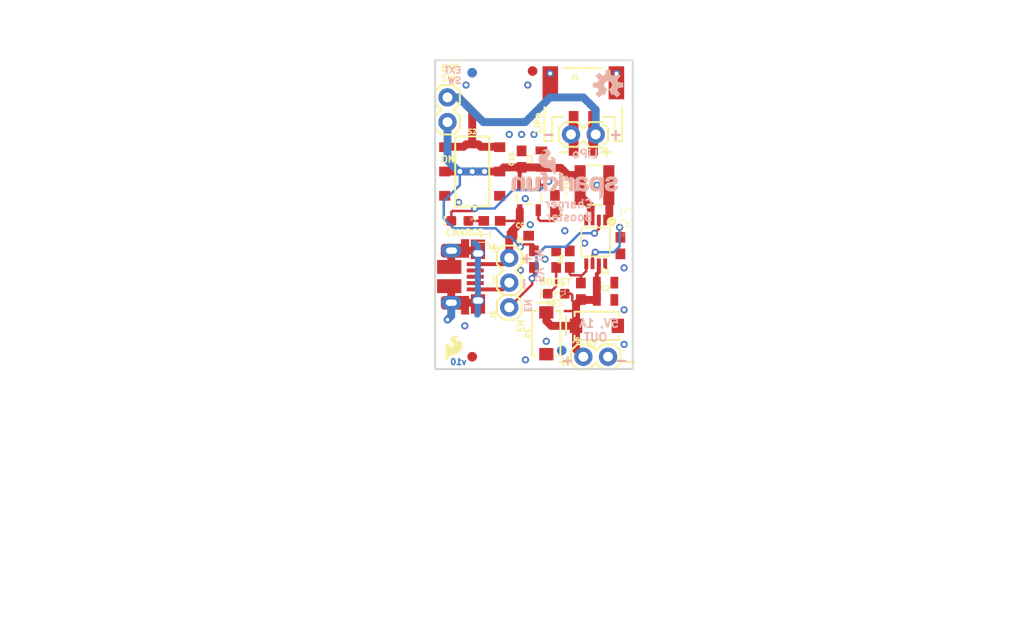
<source format=kicad_pcb>
(kicad_pcb (version 20211014) (generator pcbnew)
  (layers (0 "F.Cu" signal) (31 "B.Cu" signal) (34 "B.Paste" user) (35 "F.Paste" user) (36 "B.SilkS" user "B.Silkscreen") (37 "F.SilkS" user "F.Silkscreen") (38 "B.Mask" user) (39 "F.Mask" user) (44 "Edge.Cuts" user))
  (net 0 "")
  (net 1 "GND")
  (net 2 "5VIN")
  (net 3 "VBATT")
  (net 4 "N$11")
  (net 5 "N$14")
  (net 6 "VCC")
  (net 7 "SHIELD")
  (net 8 "N$4")
  (net 9 "N$12")
  (net 10 "N$6")
  (net 11 "EN")
  (net 12 "N$9")
  (net 13 "N$2")
  (net 14 "N$3")
  (net 15 "N$5")
  (net 16 "N$7")
  (footprint "boardEagle:SWITCH_DPDT_SMD_AYZ0202" (layer "F.Cu") (at 142.1511 100.5586 -90)
    (fp_text reference "S2" (at -3.81 0) (layer "F.SilkS") (effects (font (size 0.48768 0.48768) (thickness 0.12192)) (justify bottom)))
    (fp_text value "")
    (pad "" np_thru_hole circle (at 1.5 0 270) (size 0.85 0.85) (drill 0.85) (layers *.Cu *.Mask))
    (pad "" np_thru_hole circle (at -1.5 0 270) (size 0.85 0.85) (drill 0.85) (layers *.Cu *.Mask))
    (pad "1" smd rect (at -2.5 -2.825 270) (size 1 1.15) (layers "F.Cu" "F.Paste" "F.Mask") (net 12 "N$9"))
    (pad "2" smd rect (at 0 -2.825 270) (size 1 1.15) (layers "F.Cu" "F.Paste" "F.Mask") (net 3 "VBATT"))
    (pad "3" smd rect (at 2.5 -2.825 270) (size 1 1.15) (layers "F.Cu" "F.Paste" "F.Mask"))
    (pad "4" smd rect (at -2.5 2.825 270) (size 1 1.15) (layers "F.Cu" "F.Paste" "F.Mask") (net 12 "N$9"))
    (pad "5" smd rect (at 0 2.825 270) (size 1 1.15) (layers "F.Cu" "F.Paste" "F.Mask") (net 3 "VBATT"))
    (pad "6" smd rect (at 2.5 2.825 270) (size 1 1.15) (layers "F.Cu" "F.Paste" "F.Mask"))
  )
  (footprint "boardEagle:1X02" (layer "F.Cu") (at 139.6111 92.9386 -90)
    (fp_text reference "J7" (at -1.27 -1.397 -90) (layer "F.SilkS") (effects (font (size 0.48768 0.48768) (thickness 0.12192)) (justify left bottom)))
    (fp_text value "PTH")
    (pad "1" thru_hole circle (at 0 0) (size 1.8796 1.8796) (drill 1.016) (layers *.Cu *.Mask) (net 12 "N$9"))
    (pad "2" thru_hole circle (at 2.54 0) (size 1.8796 1.8796) (drill 1.016) (layers *.Cu *.Mask) (net 3 "VBATT"))
  )
  (footprint "boardEagle:0603" (layer "F.Cu") (at 150.6601 103.8606 90)
    (fp_text reference "RPROG0" (at 0.6985 1.143 90) (layer "F.SilkS") (effects (font (size 0.367386 0.367386) (thickness 0.039014)) (justify left)))
    (fp_text value "2.0k")
    (pad "1" smd rect (at -0.85 0 90) (size 1.1 1) (layers "F.Cu" "F.Paste" "F.Mask") (net 4 "N$11"))
    (pad "2" smd rect (at 0.85 0 90) (size 1.1 1) (layers "F.Cu" "F.Paste" "F.Mask") (net 1 "GND"))
  )
  (footprint "boardEagle:CREATIVE_COMMONS" (layer "F.Cu") (at 113.908788 145.3261)
    (fp_text reference "FRAME1" hide)
    (fp_text value "FRAME-LETTER" hide)
  )
  (footprint "boardEagle:FIDUCIAL-1X2" (layer "F.Cu") (at 142.1511 119.6086)
    (fp_text reference "JP2" hide)
    (fp_text value "FIDUCIAL1X2" hide)
    (pad "1" smd roundrect (at 0 0) (size 1 1) (layers "F.Cu" "F.Mask") (roundrect_rratio 0.5))
  )
  (footprint "boardEagle:1X02" (layer "F.Cu") (at 145.9611 109.4486 -90)
    (fp_text reference "J2" (at -1.27 -1.397 -90) (layer "F.SilkS") (effects (font (size 0.48768 0.48768) (thickness 0.12192)) (justify left bottom)))
    (fp_text value "PTH")
    (pad "1" thru_hole circle (at 0 0) (size 1.8796 1.8796) (drill 1.016) (layers *.Cu *.Mask) (net 2 "5VIN"))
    (pad "2" thru_hole circle (at 2.54 0) (size 1.8796 1.8796) (drill 1.016) (layers *.Cu *.Mask) (net 1 "GND"))
  )
  (footprint "boardEagle:SMA-DIODE" (layer "F.Cu") (at 154.9781 116.4336 180)
    (fp_text reference "D2" (at 0 -1.651 180) (layer "F.SilkS") (effects (font (size 0.48768 0.48768) (thickness 0.12192)) (justify right top)))
    (fp_text value "3A/40V/500mV")
    (pad "A" smd rect (at -2.15 0) (size 1.27 1.47) (layers "F.Cu" "F.Paste" "F.Mask") (net 1 "GND"))
    (pad "C" smd rect (at 2.15 0 180) (size 1.27 1.47) (layers "F.Cu" "F.Paste" "F.Mask") (net 6 "VCC"))
  )
  (footprint "boardEagle:0603" (layer "F.Cu") (at 153.3271 112.8776 -90)
    (fp_text reference "R4" (at -1.248209 2.111685 90) (layer "F.SilkS") (effects (font (size 1.211478 1.211478) (thickness 0.058522)) (justify right)))
    (fp_text value "750K")
    (pad "1" smd rect (at -0.85 0 270) (size 1.1 1) (layers "F.Cu" "F.Paste" "F.Mask") (net 9 "N$12"))
    (pad "2" smd rect (at 0.85 0 270) (size 1.1 1) (layers "F.Cu" "F.Paste" "F.Mask") (net 6 "VCC"))
  )
  (footprint "boardEagle:USB-MICROB-PTH" (layer "F.Cu") (at 141.1351 111.3536 -90)
    (fp_text reference "J1" (at -2.838581 -2.985918 -90) (layer "F.SilkS") (effects (font (size 1.1684 1.1684) (thickness 0.1016)) (justify left bottom)))
    (fp_text value "AMP FCI 10103594-0001LF")
    (fp_poly (pts (xy -1.928581 1.904032) (xy -2.052404 2.137495) (xy -2.178787 2.205573) (xy -2.311551 2.219081) (xy -2.916753 2.219081) (xy -3.145598 2.182551) (xy -3.248081 2.107904) (xy -3.320562 2.007887) (xy -3.358581 1.890392) (xy -3.358581 0.134081) (xy -3.833581 0.134081) (xy -3.833581 -0.695918) (xy -1.928581 -0.695918)) (layer "F.Cu") (width 0) (fill solid))
    (fp_poly (pts (xy 3.916418 0.124081) (xy 3.411418 0.124081) (xy 3.411418 1.880392) (xy 3.373399 1.997887) (xy 3.300918 2.097904) (xy 3.198435 2.172551) (xy 2.96959 2.209081) (xy 2.363118 2.209081) (xy 2.230708 2.187085) (xy 2.109296 2.111421) (xy 2.001418 1.872699) (xy 2.001418 -0.685918) (xy 3.916418 -0.685918)) (layer "F.Cu") (width 0) (fill solid))
    (pad "" np_thru_hole circle (at -2.658581 1.219081 270) (size 0.66 0.66) (drill 0.66) (layers *.Cu *.Mask))
    (pad "" np_thru_hole circle (at 2.701418 1.239081 270) (size 0.66 0.66) (drill 0.66) (layers *.Cu *.Mask))
    (pad "" np_thru_hole circle (at -2.359181 -1.690918 270) (size 0.66 0.66) (drill 0.66) (layers *.Cu *.Mask))
    (pad "" np_thru_hole circle (at 2.476818 -1.820918 270) (size 0.66 0.66) (drill 0.66) (layers *.Cu *.Mask))
    (pad "" np_thru_hole circle (at 2.701418 0.899081 270) (size 0.66 0.66) (drill 0.66) (layers *.Cu *.Mask))
    (pad "" np_thru_hole circle (at -2.658581 1.059081 270) (size 0.66 0.66) (drill 0.66) (layers *.Cu *.Mask))
    (pad "" np_thru_hole circle (at -2.363781 -1.431718 270) (size 0.66 0.66) (drill 0.66) (layers *.Cu *.Mask))
    (pad "" np_thru_hole circle (at 2.481418 -1.425518 270) (size 0.66 0.66) (drill 0.66) (layers *.Cu *.Mask))
    (pad "" np_thru_hole circle (at 2.466818 -1.536318 270) (size 0.66 0.66) (drill 0.66) (layers *.Cu *.Mask))
    (pad "" np_thru_hole circle (at -2.369181 -1.540918 270) (size 0.66 0.66) (drill 0.66) (layers *.Cu *.Mask))
    (pad "" np_thru_hole circle (at -2.369181 -1.820918 270) (size 0.66 0.66) (drill 0.66) (layers *.Cu *.Mask))
    (pad "" np_thru_hole circle (at 2.461418 -1.665518 270) (size 0.66 0.66) (drill 0.66) (layers *.Cu *.Mask))
    (pad "" np_thru_hole circle (at 2.711418 1.369081 270) (size 0.66 0.66) (drill 0.66) (layers *.Cu *.Mask))
    (pad "" np_thru_hole circle (at -2.648581 1.349081 270) (size 0.66 0.66) (drill 0.66) (layers *.Cu *.Mask))
    (pad "" np_thru_hole circle (at -2.658581 0.879081 270) (size 0.66 0.66) (drill 0.66) (layers *.Cu *.Mask))
    (pad "" np_thru_hole circle (at 2.701418 1.079081 270) (size 0.66 0.66) (drill 0.66) (layers *.Cu *.Mask))
    (pad "D+" smd rect (at 0.031418 -1.330918) (size 1.75 0.4) (layers "F.Cu" "F.Mask"))
    (pad "D-" smd rect (at -0.618581 -1.330918) (size 1.75 0.4) (layers "F.Cu" "F.Mask"))
    (pad "GND" smd rect (at 1.331418 -1.330918) (size 1.75 0.4) (layers "F.Cu" "F.Mask") (net 1 "GND"))
    (pad "ID" smd rect (at 0.681418 -1.330918) (size 1.75 0.4) (layers "F.Cu" "F.Mask"))
    (pad "P$1" smd roundrect (at 2.701418 1.142081) (size 2.1 1.4) (layers "B.Cu") (roundrect_rratio 0.5) (net 7 "SHIELD"))
    (pad "P$2" smd roundrect (at 2.487418 -1.593918) (size 1.3 1) (layers "F.Cu" "F.Paste" "F.Mask") (roundrect_rratio 0.5) (net 7 "SHIELD"))
    (pad "P$3" smd roundrect (at -2.658543 1.143784) (size 2.1 1.4) (layers "B.Cu") (roundrect_rratio 0.5) (net 7 "SHIELD"))
    (pad "P$4" smd roundrect (at -2.367981 -1.603918) (size 1.3 1) (layers "B.Cu") (roundrect_rratio 0.5) (net 7 "SHIELD"))
    (pad "P$6" smd roundrect (at -2.367981 -1.603918) (size 1.3 1) (layers "F.Cu" "F.Paste" "F.Mask") (roundrect_rratio 0.5) (net 7 "SHIELD"))
    (pad "P$8" smd roundrect (at 2.701418 1.142081) (size 1.5 1.1) (layers "F.Cu" "F.Paste" "F.Mask") (roundrect_rratio 0.5) (net 7 "SHIELD"))
    (pad "P$10" smd roundrect (at 2.481418 -1.597918) (size 1.3 1) (layers "B.Cu") (roundrect_rratio 0.5) (net 7 "SHIELD"))
    (pad "P$12" smd roundrect (at -2.658543 1.143784) (size 1.5 1.1) (layers "F.Cu" "F.Paste" "F.Mask") (roundrect_rratio 0.5) (net 7 "SHIELD"))
    (pad "SHEILD2" smd rect (at 2.831018 -1.605918) (size 1.46 2) (layers "F.Cu" "F.Paste" "F.Mask") (net 7 "SHIELD"))
    (pad "SHIELD" smd rect (at -2.793581 -1.605918) (size 1.46 2) (layers "F.Cu" "F.Paste" "F.Mask") (net 7 "SHIELD"))
    (pad "SHIELD3" smd rect (at -0.978581 1.349081) (size 2.5 1.425) (layers "F.Cu" "F.Paste" "F.Mask") (net 7 "SHIELD"))
    (pad "SHIELD4" smd rect (at 0.996178 1.351781) (size 2.5 1.425) (layers "F.Cu" "F.Paste" "F.Mask") (net 7 "SHIELD"))
    (pad "VBUS" smd rect (at -1.268581 -1.330918) (size 1.75 0.4) (layers "F.Cu" "F.Mask") (net 2 "5VIN"))
  )
  (footprint "boardEagle:INDUCTOR_4X4MM" (layer "F.Cu") (at 154.7241 101.9556 90)
    (fp_text reference "L1" (at 0 -2.442 90) (layer "F.SilkS") (effects (font (size 0.48768 0.48768) (thickness 0.12192)) (justify bottom)))
    (fp_text value "2.2UH3A")
    (pad "P$1" smd rect (at 0 -1.4732 90) (size 4.0894 1.143) (layers "F.Cu" "F.Paste" "F.Mask") (net 3 "VBATT"))
    (pad "P$2" smd rect (at 0 1.4732 90) (size 4.0894 1.143) (layers "F.Cu" "F.Paste" "F.Mask") (net 8 "N$4"))
  )
  (footprint "boardEagle:JST-2-SMD" (layer "F.Cu") (at 153.5811 92.9386)
    (fp_text reference "J4" (at -1.397 -1.778) (layer "F.SilkS") (effects (font (size 0.48768 0.48768) (thickness 0.12192)) (justify left bottom)))
    (fp_text value "JST")
    (pad "1" smd rect (at -1 3.7) (size 1 4.6) (layers "F.Cu" "F.Paste" "F.Mask") (net 1 "GND"))
    (pad "2" smd rect (at 1 3.7) (size 1 4.6) (layers "F.Cu" "F.Paste" "F.Mask") (net 12 "N$9"))
    (pad "NC1" smd rect (at -3.4 -1.5 90) (size 3.4 1.6) (layers "F.Cu" "F.Paste" "F.Mask"))
    (pad "NC2" smd rect (at 3.4 -1.5 90) (size 3.4 1.6) (layers "F.Cu" "F.Paste" "F.Mask"))
  )
  (footprint "boardEagle:1X02" (layer "F.Cu") (at 153.5811 119.6086)
    (fp_text reference "J5" (at -1.27 -1.397) (layer "F.SilkS") (effects (font (size 0.48768 0.48768) (thickness 0.12192)) (justify left bottom)))
    (fp_text value "")
    (pad "1" thru_hole circle (at 0 0 90) (size 1.8796 1.8796) (drill 1.016) (layers *.Cu *.Mask) (net 6 "VCC"))
    (pad "2" thru_hole circle (at 2.54 0 90) (size 1.8796 1.8796) (drill 1.016) (layers *.Cu *.Mask) (net 1 "GND"))
  )
  (footprint "boardEagle:FIDUCIAL-1X2" (layer "F.Cu") (at 148.358225 90.223975)
    (fp_text reference "JP16" hide)
    (fp_text value "FIDUCIAL1X2" hide)
    (pad "1" smd roundrect (at 0 0) (size 1 1) (layers "F.Cu" "F.Mask") (roundrect_rratio 0.5))
  )
  (footprint "boardEagle:MSOP8" (layer "F.Cu") (at 154.8511 107.7976 180)
    (fp_text reference "U2" (at -2.54 1.27 270) (layer "F.SilkS") (effects (font (size 0.373888 0.373888) (thickness 0.032512)) (justify right top)))
    (fp_text value "PAM2401")
    (pad "1" smd rect (at -0.975 2.25 180) (size 0.4 1.1) (layers "F.Cu" "F.Paste" "F.Mask") (net 8 "N$4"))
    (pad "2" smd rect (at -0.325 2.25 180) (size 0.4 1.1) (layers "F.Cu" "F.Paste" "F.Mask") (net 11 "EN"))
    (pad "3" smd rect (at 0.325 2.25 180) (size 0.4 1.1) (layers "F.Cu" "F.Paste" "F.Mask") (net 3 "VBATT"))
    (pad "4" smd rect (at 0.975 2.25 180) (size 0.4 1.1) (layers "F.Cu" "F.Paste" "F.Mask") (net 1 "GND"))
    (pad "5" smd rect (at 0.975 -2.25 180) (size 0.4 1.1) (layers "F.Cu" "F.Paste" "F.Mask") (net 9 "N$12"))
    (pad "6" smd rect (at 0.325 -2.25 180) (size 0.4 1.1) (layers "F.Cu" "F.Paste" "F.Mask") (net 10 "N$6"))
    (pad "7" smd rect (at -0.325 -2.25 180) (size 0.4 1.1) (layers "F.Cu" "F.Paste" "F.Mask") (net 6 "VCC"))
    (pad "8" smd rect (at -0.975 -2.25 180) (size 0.4 1.1) (layers "F.Cu" "F.Paste" "F.Mask") (net 1 "GND"))
  )
  (footprint "boardEagle:SMA-DIODE" (layer "F.Cu") (at 149.7711 117.1956 90)
    (fp_text reference "D1" (at 0 -1.651 90) (layer "F.SilkS") (effects (font (size 0.48768 0.48768) (thickness 0.12192)) (justify bottom)))
    (fp_text value "3A/40V/500mV")
    (pad "A" smd rect (at -2.15 0 270) (size 1.27 1.47) (layers "F.Cu" "F.Paste" "F.Mask") (net 1 "GND"))
    (pad "C" smd rect (at 2.15 0 90) (size 1.27 1.47) (layers "F.Cu" "F.Paste" "F.Mask") (net 6 "VCC"))
  )
  (footprint "boardEagle:STAND-OFF" (layer "F.Cu") (at 144.6911 91.6686)
    (fp_text reference "JP7" hide)
    (fp_text value "STAND-OFF" hide)
    (pad "" np_thru_hole circle (at 0 0) (size 3.302 3.302) (drill 3.302) (layers *.Cu *.Mask))
  )
  (footprint "boardEagle:0603" (layer "F.Cu") (at 152.1841 109.5756 -90)
    (fp_text reference "R1" (at 2.703104 1.03405 90) (layer "F.SilkS") (effects (font (size 1.211478 1.211478) (thickness 0.058522)) (justify right)))
    (fp_text value "100k")
    (pad "1" smd rect (at -0.85 0 270) (size 1.1 1) (layers "F.Cu" "F.Paste" "F.Mask") (net 1 "GND"))
    (pad "2" smd rect (at 0.85 0 270) (size 1.1 1) (layers "F.Cu" "F.Paste" "F.Mask") (net 9 "N$12"))
  )
  (footprint "boardEagle:0603" (layer "F.Cu") (at 150.7871 109.5756 -90)
    (fp_text reference "R6" (at 0 -0.762 -90) (layer "F.SilkS") (effects (font (size 0.48768 0.48768) (thickness 0.12192)) (justify bottom)))
    (fp_text value "4.7k")
    (pad "1" smd rect (at -0.85 0 270) (size 1.1 1) (layers "F.Cu" "F.Paste" "F.Mask") (net 1 "GND"))
    (pad "2" smd rect (at 0.85 0 270) (size 1.1 1) (layers "F.Cu" "F.Paste" "F.Mask") (net 13 "N$2"))
  )
  (footprint "boardEagle:0603" (layer "F.Cu") (at 147.2311 99.2886 90)
    (fp_text reference "C10" (at 0 -0.762 90) (layer "F.SilkS") (effects (font (size 0.48768 0.48768) (thickness 0.12192)) (justify bottom)))
    (fp_text value "4.7uF")
    (pad "1" smd rect (at -0.85 0 90) (size 1.1 1) (layers "F.Cu" "F.Paste" "F.Mask") (net 3 "VBATT"))
    (pad "2" smd rect (at 0.85 0 90) (size 1.1 1) (layers "F.Cu" "F.Paste" "F.Mask") (net 1 "GND"))
  )
  (footprint "boardEagle:0603" (layer "F.Cu") (at 157.3911 108.1786 90)
    (fp_text reference "R3" (at 1.625471 0.674843 90) (layer "F.SilkS") (effects (font (size 1.211478 1.211478) (thickness 0.058522)) (justify left)))
    (fp_text value "DNP")
    (pad "1" smd rect (at -0.85 0 90) (size 1.1 1) (layers "F.Cu" "F.Paste" "F.Mask") (net 1 "GND"))
    (pad "2" smd rect (at 0.85 0 90) (size 1.1 1) (layers "F.Cu" "F.Paste" "F.Mask") (net 10 "N$6"))
  )
  (footprint "boardEagle:LED-0603" (layer "F.Cu") (at 150.7871 113.1316 180)
    (fp_text reference "D3" (at 0 -0.635 180) (layer "F.SilkS") (effects (font (size 0.48768 0.48768) (thickness 0.12192)) (justify right top)))
    (fp_text value "RED")
    (pad "A" smd roundrect (at -0.877 0 90) (size 1 1) (layers "F.Cu" "F.Paste" "F.Mask") (roundrect_rratio 0.15) (net 6 "VCC"))
    (pad "C" smd roundrect (at 0.877 0 90) (size 1 1) (layers "F.Cu" "F.Paste" "F.Mask") (roundrect_rratio 0.15) (net 13 "N$2"))
  )
  (footprint "boardEagle:0805" (layer "F.Cu") (at 155.8671 111.9886)
    (fp_text reference "C1" (at 0 -0.889) (layer "F.SilkS") (effects (font (size 0.48768 0.48768) (thickness 0.12192)) (justify bottom)))
    (fp_text value "22uF")
    (pad "1" smd rect (at -0.9 0) (size 0.8 1.2) (layers "F.Cu" "F.Paste" "F.Mask") (net 6 "VCC"))
    (pad "2" smd rect (at 0.9 0) (size 0.8 1.2) (layers "F.Cu" "F.Paste" "F.Mask") (net 1 "GND"))
  )
  (footprint "boardEagle:SOT23-5" (layer "F.Cu") (at 147.9931 103.2256 180)
    (fp_text reference "U1" (at -0.889 -2.159 180) (layer "F.SilkS") (effects (font (size 0.373888 0.373888) (thickness 0.032512)) (justify right top)))
    (fp_text value "MCP73831")
    (pad "1" smd rect (at -0.95 1.3001 180) (size 0.55 1.2) (layers "F.Cu" "F.Paste" "F.Mask") (net 5 "N$14"))
    (pad "2" smd rect (at 0 1.3001 180) (size 0.55 1.2) (layers "F.Cu" "F.Paste" "F.Mask") (net 1 "GND"))
    (pad "3" smd rect (at 0.95 1.3001 180) (size 0.55 1.2) (layers "F.Cu" "F.Paste" "F.Mask") (net 3 "VBATT"))
    (pad "4" smd rect (at 0.95 -1.3001 180) (size 0.55 1.2) (layers "F.Cu" "F.Paste" "F.Mask") (net 2 "5VIN"))
    (pad "5" smd rect (at -0.95 -1.3001 180) (size 0.55 1.2) (layers "F.Cu" "F.Paste" "F.Mask") (net 4 "N$11"))
  )
  (footprint "boardEagle:0603" (layer "F.Cu") (at 147.1041 107.1626)
    (fp_text reference "C9" (at 0 -0.762) (layer "F.SilkS") (effects (font (size 0.48768 0.48768) (thickness 0.12192)) (justify bottom)))
    (fp_text value "4.7uF")
    (pad "1" smd rect (at -0.85 0) (size 1.1 1) (layers "F.Cu" "F.Paste" "F.Mask") (net 2 "5VIN"))
    (pad "2" smd rect (at 0.85 0) (size 1.1 1) (layers "F.Cu" "F.Paste" "F.Mask") (net 1 "GND"))
  )
  (footprint "boardEagle:0603" (layer "F.Cu") (at 148.5011 109.5756 90)
    (fp_text reference "R2" (at 0 -0.762 90) (layer "F.SilkS") (effects (font (size 0.48768 0.48768) (thickness 0.12192)) (justify bottom)))
    (fp_text value "750K")
    (pad "1" smd rect (at -0.85 0 90) (size 1.1 1) (layers "F.Cu" "F.Paste" "F.Mask") (net 11 "EN"))
    (pad "2" smd rect (at 0.85 0 90) (size 1.1 1) (layers "F.Cu" "F.Paste" "F.Mask") (net 3 "VBATT"))
  )
  (footprint "boardEagle:LED-0603" (layer "F.Cu") (at 140.8811 105.6386 180)
    (fp_text reference "D4" (at 0.22225 1.8415) (layer "F.SilkS") (effects (font (size 0.367386 0.367386) (thickness 0.039014)) (justify left)))
    (fp_text value "BLUE")
    (pad "A" smd roundrect (at -0.877 0 90) (size 1 1) (layers "F.Cu" "F.Paste" "F.Mask") (roundrect_rratio 0.15) (net 14 "N$3"))
    (pad "C" smd roundrect (at 0.877 0 90) (size 1 1) (layers "F.Cu" "F.Paste" "F.Mask") (roundrect_rratio 0.15) (net 5 "N$14"))
  )
  (footprint "boardEagle:1X01" (layer "F.Cu") (at 145.9611 114.5286 90)
    (fp_text reference "J6" (at -1.27 -1.397 90) (layer "F.SilkS") (effects (font (size 0.48768 0.48768) (thickness 0.12192)) (justify left bottom)))
    (fp_text value "")
    (pad "1" thru_hole circle (at 0 0 180) (size 1.8796 1.8796) (drill 1.016) (layers *.Cu *.Mask) (net 11 "EN"))
  )
  (footprint "boardEagle:SFE_LOGO_FLAME_.1" (layer "F.Cu") (at 139.1031 120.3706)
    (fp_text reference "LOGO1" hide)
    (fp_text value "SFE_LOGO_FLAME.1_INCH" hide)
  )
  (footprint "boardEagle:1X02" (layer "F.Cu") (at 154.8511 96.7486 180)
    (fp_text reference "J3" (at -1.27 -1.397 180) (layer "F.SilkS") (effects (font (size 0.48768 0.48768) (thickness 0.12192)) (justify right top)))
    (fp_text value "PTH")
    (pad "1" thru_hole circle (at 0 0 270) (size 1.8796 1.8796) (drill 1.016) (layers *.Cu *.Mask) (net 12 "N$9"))
    (pad "2" thru_hole circle (at 2.54 0 270) (size 1.8796 1.8796) (drill 1.016) (layers *.Cu *.Mask) (net 1 "GND"))
  )
  (footprint "boardEagle:STAND-OFF" (layer "F.Cu") (at 144.6911 118.3386)
    (fp_text reference "JP6" hide)
    (fp_text value "STAND-OFF" hide)
    (pad "" np_thru_hole circle (at 0 0) (size 3.302 3.302) (drill 3.302) (layers *.Cu *.Mask))
  )
  (footprint "boardEagle:0805" (layer "F.Cu") (at 149.2631 99.2886 90)
    (fp_text reference "C3" (at 0 -0.889 90) (layer "F.SilkS") (effects (font (size 0.48768 0.48768) (thickness 0.12192)) (justify bottom)))
    (fp_text value "22uF")
    (pad "1" smd rect (at -0.9 0 90) (size 0.8 1.2) (layers "F.Cu" "F.Paste" "F.Mask") (net 3 "VBATT"))
    (pad "2" smd rect (at 0.9 0 90) (size 0.8 1.2) (layers "F.Cu" "F.Paste" "F.Mask") (net 1 "GND"))
  )
  (footprint "boardEagle:0805" (layer "F.Cu") (at 155.8671 113.7666)
    (fp_text reference "C2" (at 0 -0.889) (layer "F.SilkS") (effects (font (size 0.48768 0.48768) (thickness 0.12192)) (justify bottom)))
    (fp_text value "22uF")
    (pad "1" smd rect (at -0.9 0) (size 0.8 1.2) (layers "F.Cu" "F.Paste" "F.Mask") (net 6 "VCC"))
    (pad "2" smd rect (at 0.9 0) (size 0.8 1.2) (layers "F.Cu" "F.Paste" "F.Mask") (net 1 "GND"))
  )
  (footprint "boardEagle:0603" (layer "F.Cu") (at 144.1831 105.6386)
    (fp_text reference "R9" (at -2.31775 -0.127) (layer "F.SilkS") (effects (font (size 0.367386 0.367386) (thickness 0.039014)) (justify left)))
    (fp_text value "1k")
    (pad "1" smd rect (at -0.85 0) (size 1.1 1) (layers "F.Cu" "F.Paste" "F.Mask") (net 14 "N$3"))
    (pad "2" smd rect (at 0.85 0) (size 1.1 1) (layers "F.Cu" "F.Paste" "F.Mask") (net 2 "5VIN"))
  )
  (footprint "boardEagle:SFE_LOGO_NAME_FLAME_.1" (layer "B.Cu") (at 157.564137 103.489125 180)
    (fp_text reference "JP3" hide)
    (fp_text value "SFE_LOGO_NAME_FLAME.1_INCH" hide)
  )
  (footprint "boardEagle:FIDUCIAL-1X2" (layer "B.Cu") (at 142.1511 90.3986 180)
    (fp_text reference "JP1" hide)
    (fp_text value "FIDUCIAL1X2" hide)
    (pad "1" smd roundrect (at 0 0 180) (size 1 1) (layers "B.Cu" "B.Mask") (roundrect_rratio 0.5))
  )
  (footprint "boardEagle:FIDUCIAL-1X2" (layer "B.Cu") (at 151.3586 118.9736 180)
    (fp_text reference "JP4" hide)
    (fp_text value "FIDUCIAL1X2" hide)
    (pad "1" smd roundrect (at 0 0 180) (size 1 1) (layers "B.Cu" "B.Mask") (roundrect_rratio 0.5))
  )
  (footprint "boardEagle:OSHW-LOGO-S" (layer "B.Cu") (at 156.1211 91.6686 180)
    (fp_text reference "U$1" hide)
    (fp_text value "OSHW-LOGOS" hide)
  )
  (footprint "boardEagle:PAD.03X.03" (layer "B.Cu") (at 142.4051 104.3686 180)
    (fp_text reference "TP1" hide)
    (fp_text value "TEST-POINT3" hide)
    (pad "P$1" smd roundrect (at 0 0 180) (size 0.762 0.762) (layers "B.Cu" "B.Mask") (roundrect_rratio 0.5) (net 5 "N$14"))
  )
  (gr_line (start 138.3411 120.8786) (end 158.6611 120.8786) (layer "Edge.Cuts") (width 0.2032))
  (gr_line (start 158.6611 89.1286) (end 138.3411 89.1286) (layer "Edge.Cuts") (width 0.2032))
  (gr_line (start 158.6611 120.8786) (end 158.6611 89.1286) (layer "Edge.Cuts") (width 0.2032))
  (gr_line (start 138.3411 89.1286) (end 138.3411 120.8786) (layer "Edge.Cuts") (width 0.2032))
  (gr_text "v10" (at 141.6431 120.4976) (layer "B.Cu") (effects (font (size 0.6096 0.6096) (thickness 0.2032)) (justify left bottom mirror)))
  (gr_text "-" (at 150.7871 96.1136) (layer "B.SilkS") (effects (font (size 1.0414 1.0414) (thickness 0.2286)) (justify left top mirror)))
  (gr_text "+" (at 156.1211 96.1136) (layer "B.SilkS") (effects (font (size 1.0414 1.0414) (thickness 0.2286)) (justify right top mirror)))
  (gr_text "+" (at 146.961225 108.84535) (layer "B.SilkS") (effects (font (size 1.0414 1.0414) (thickness 0.2286)) (justify right top mirror)))
  (gr_text "5V IN" (at 149.513925 108.4326 -90) (layer "B.SilkS") (effects (font (size 0.83312 0.83312) (thickness 0.18288)) (justify right top mirror)))
  (gr_text "5V, 1A" (at 157.335537 116.663788) (layer "B.SilkS") (effects (font (size 0.83312 0.83312) (thickness 0.18288)) (justify left bottom mirror)))
  (gr_text "+" (at 151.1681 119.3546) (layer "B.SilkS") (effects (font (size 1.0414 1.0414) (thickness 0.2286)) (justify right top mirror)))
  (gr_text "LiPo" (at 155.208287 99.229863) (layer "B.SilkS") (effects (font (size 0.83312 0.83312) (thickness 0.18288)) (justify left bottom mirror)))
  (gr_text "OUT" (at 156.144912 118.092538) (layer "B.SilkS") (effects (font (size 0.83312 0.83312) (thickness 0.18288)) (justify left bottom mirror)))
  (gr_text "EXT\nSW" (at 141.119225 91.601925) (layer "B.SilkS") (effects (font (size 0.666496 0.666496) (thickness 0.146304)) (justify left bottom mirror)))
  (gr_text "Charger\nBooster" (at 154.643137 105.725913) (layer "B.SilkS") (effects (font (size 0.83312 0.83312) (thickness 0.18288)) (justify left bottom mirror)))
  (gr_text "-" (at 158.2801 119.3546) (layer "B.SilkS") (effects (font (size 1.0414 1.0414) (thickness 0.2286)) (justify left top mirror)))
  (gr_text "EN" (at 147.461287 115.115975 -90) (layer "B.SilkS") (effects (font (size 0.666496 0.666496) (thickness 0.146304)) (justify left bottom mirror)))
  (gr_text "-" (at 146.969162 111.32185 -90) (layer "B.SilkS") (effects (font (size 1.0414 1.0414) (thickness 0.2286)) (justify right bottom mirror)))
  (gr_text "LiPo" (at 148.5011 94.3991 90) (layer "F.SilkS") (effects (font (size 0.666496 0.666496) (thickness 0.146304)) (justify right top)))
  (gr_text "BOOST" (at 149.0091 112.3188) (layer "F.SilkS") (effects (font (size 0.666496 0.666496) (thickness 0.146304)) (justify left bottom)))
  (gr_text "-" (at 150.7871 97.8916) (layer "F.SilkS") (effects (font (size 1.0414 1.0414) (thickness 0.2286)) (justify left top)))
  (gr_text "-" (at 143.6751 112.4966 90) (layer "F.SilkS") (effects (font (size 1.0414 1.0414) (thickness 0.2286)) (justify left top)))
  (gr_text "ON" (at 138.8491 99.706113) (layer "F.SilkS") (effects (font (size 0.666496 0.666496) (thickness 0.146304)) (justify left bottom)))
  (gr_text "EXT\nSW" (at 138.8491 91.3638) (layer "F.SilkS") (effects (font (size 0.666496 0.666496) (thickness 0.146304)) (justify left bottom)))
  (gr_text "+" (at 143.690975 107.6071 90) (layer "F.SilkS") (effects (font (size 1.0414 1.0414) (thickness 0.2286)) (justify right top)))
  (gr_text "-" (at 157.6451 119.4816) (layer "F.SilkS") (effects (font (size 1.0414 1.0414) (thickness 0.2286)) (justify left top)))
  (gr_text "EN" (at 147.5613 117.1956 90) (layer "F.SilkS") (effects (font (size 0.666496 0.666496) (thickness 0.146304)) (justify left bottom)))
  (gr_text "CHARGE" (at 139.3571 107.2388) (layer "F.SilkS") (effects (font (size 0.666496 0.666496) (thickness 0.146304)) (justify left bottom)))
  (gr_text "+" (at 156.7561 97.8916) (layer "F.SilkS") (effects (font (size 1.0414 1.0414) (thickness 0.2286)) (justify right top)))
  (gr_text "+" (at 152.3111 119.4816) (layer "F.SilkS") (effects (font (size 1.0414 1.0414) (thickness 0.2286)) (justify right top)))
  (segment (start 145.264681 112.685019) (end 145.9611 111.9886) (width 0.4064) (layer "F.Cu") (net 1))
  (segment (start 142.466018 112.685019) (end 145.264681 112.685019) (width 0.4064) (layer "F.Cu") (net 1))
  (via (at 148.5011 96.7486) (size 0.7366) (drill 0.381) (layers "F.Cu" "B.Cu") (net 1))
  (via (at 148.1201 106.0196) (size 0.7366) (drill 0.381) (layers "F.Cu" "B.Cu") (net 1))
  (via (at 153.7081 107.9246) (size 0.7366) (drill 0.381) (layers "F.Cu" "B.Cu") (net 1))
  (via (at 147.8661 91.6686) (size 0.7366) (drill 0.381) (layers "F.Cu" "B.Cu") (net 1))
  (via (at 145.9611 96.7486) (size 0.7366) (drill 0.381) (layers "F.Cu" "B.Cu") (net 1))
  (via (at 147.2311 96.7486) (size 0.7366) (drill 0.381) (layers "F.Cu" "B.Cu") (net 1))
  (via (at 149.7711 118.0211) (size 0.7366) (drill 0.381) (layers "F.Cu" "B.Cu") (net 1))
  (via (at 154.9781 101.9556) (size 0.7366) (drill 0.381) (layers "F.Cu" "B.Cu") (net 1))
  (via (at 147.1041 110.7186) (size 0.7366) (drill 0.381) (layers "F.Cu" "B.Cu") (net 1))
  (via (at 147.627975 119.9261) (size 0.7366) (drill 0.381) (layers "F.Cu" "B.Cu") (net 1))
  (via (at 151.6761 106.6546) (size 0.7366) (drill 0.381) (layers "F.Cu" "B.Cu") (net 1))
  (via (at 147.6121 103.3526) (size 0.7366) (drill 0.381) (layers "F.Cu" "B.Cu") (net 1))
  (via (at 157.7721 110.4646) (size 0.7366) (drill 0.381) (layers "F.Cu" "B.Cu") (net 1))
  (via (at 149.6441 109.5756) (size 0.7366) (drill 0.381) (layers "F.Cu" "B.Cu") (net 1))
  (via (at 157.7721 118.3386) (size 0.7366) (drill 0.381) (layers "F.Cu" "B.Cu") (net 1))
  (via (at 141.5161 91.6686) (size 0.7366) (drill 0.381) (layers "F.Cu" "B.Cu") (net 1))
  (via (at 157.7721 114.7826) (size 0.7366) (drill 0.381) (layers "F.Cu" "B.Cu") (net 1))
  (via (at 140.7541 103.7336) (size 0.7366) (drill 0.381) (layers "F.Cu" "B.Cu") (net 1))
  (segment (start 147.0431 105.882163) (end 147.0431 105.6386) (width 0.4064) (layer "F.Cu") (net 2))
  (segment (start 145.324681 110.085019) (end 145.9611 109.4486) (width 0.4064) (layer "F.Cu") (net 2))
  (segment (start 147.0431 105.6386) (end 146.9821 105.6386) (width 0.4064) (layer "F.Cu") (net 2))
  (segment (start 145.9611 109.4486) (end 145.9611 107.4556) (width 0.8128) (layer "F.Cu") (net 2))
  (segment (start 146.2541 107.1626) (end 146.2541 106.671163) (width 0.8128) (layer "F.Cu") (net 2))
  (segment (start 147.0431 104.5257) (end 147.0431 105.882163) (width 0.8128) (layer "F.Cu") (net 2))
  (segment (start 146.2541 106.671163) (end 147.0431 105.882163) (width 0.8128) (layer "F.Cu") (net 2))
  (segment (start 145.0331 105.6386) (end 146.9821 105.6386) (width 0.254) (layer "F.Cu") (net 2))
  (segment (start 145.9611 107.4556) (end 146.2541 107.1626) (width 0.8128) (layer "F.Cu") (net 2))
  (segment (start 142.466018 110.085019) (end 145.324681 110.085019) (width 0.4064) (layer "F.Cu") (net 2))
  (segment (start 154.5261 105.5476) (end 154.5261 104.321413) (width 0.4064) (layer "F.Cu") (net 3))
  (segment (start 145.3961 100.1386) (end 147.2311 100.1386) (width 0.8128) (layer "F.Cu") (net 3))
  (segment (start 149.2631 100.1886) (end 149.2131 100.1386) (width 0.8128) (layer "F.Cu") (net 3))
  (segment (start 148.3741 108.0516) (end 148.5011 108.1786) (width 0.254) (layer "F.Cu") (net 3))
  (segment (start 144.9761 100.5586) (end 145.3961 100.1386) (width 0.8128) (layer "F.Cu") (net 3))
  (segment (start 144.9761 100.5586) (end 143.4211 100.5586) (width 0.8128) (layer "F.Cu") (net 3))
  (segment (start 148.5011 108.1786) (end 148.5011 108.7256) (width 0.254) (layer "F.Cu") (net 3))
  (segment (start 143.4211 100.5586) (end 139.3261 100.5586) (width 0.8128) (layer "F.Cu") (net 3))
  (segment (start 153.2509 103.046213) (end 154.335162 104.130475) (width 0.8128) (layer "F.Cu") (net 3))
  (segment (start 153.184225 100.915788) (end 153.184225 101.888925) (width 0.8128) (layer "F.Cu") (net 3))
  (segment (start 151.266412 100.1886) (end 151.9936 100.915788) (width 0.8128) (layer "F.Cu") (net 3))
  (segment (start 147.3581 108.0516) (end 148.3741 108.0516) (width 0.254) (layer "F.Cu") (net 3))
  (segment (start 149.2131 100.1386) (end 147.2311 100.1386) (width 0.8128) (layer "F.Cu") (net 3))
  (segment (start 147.0431 100.3266) (end 147.2311 100.1386) (width 0.4064) (layer "F.Cu") (net 3))
  (segment (start 147.0431 101.9255) (end 147.0431 100.3266) (width 0.4064) (layer "F.Cu") (net 3))
  (segment (start 154.5261 104.321413) (end 154.335162 104.130475) (width 0.4064) (layer "F.Cu") (net 3))
  (segment (start 147.1041 108.3056) (end 147.3581 108.0516) (width 0.254) (layer "F.Cu") (net 3))
  (segment (start 151.266412 100.1886) (end 149.2631 100.1886) (width 0.8128) (layer "F.Cu") (net 3))
  (segment (start 153.2509 101.9556) (end 153.2509 103.046213) (width 0.8128) (layer "F.Cu") (net 3))
  (segment (start 154.335162 104.130475) (end 154.335162 104.408288) (width 0.8128) (layer "F.Cu") (net 3))
  (segment (start 151.9936 100.915788) (end 153.184225 100.915788) (width 0.8128) (layer "F.Cu") (net 3))
  (segment (start 153.184225 101.888925) (end 153.2509 101.9556) (width 0.8128) (layer "F.Cu") (net 3))
  (via (at 147.1041 108.3056) (size 0.7366) (drill 0.381) (layers "F.Cu" "B.Cu") (net 3))
  (via (at 143.4211 100.5586) (size 0.8636) (drill 0.508) (layers "F.Cu" "B.Cu") (net 3))
  (via (at 142.1511 100.5586) (size 0.8636) (drill 0.508) (layers "F.Cu" "B.Cu") (net 3))
  (via (at 140.8811 100.5586) (size 0.8636) (drill 0.508) (layers "F.Cu" "B.Cu") (net 3))
  (segment (start 140.8811 100.5586) (end 142.1511 100.5586) (width 0.8128) (layer "B.Cu") (net 3))
  (segment (start 142.1511 100.5586) (end 143.4211 100.5586) (width 0.8128) (layer "B.Cu") (net 3))
  (segment (start 146.0881 107.2896) (end 145.4531 107.2896) (width 0.254) (layer "B.Cu") (net 3))
  (segment (start 145.4531 107.2896) (end 144.5641 106.4006) (width 0.254) (layer "B.Cu") (net 3))
  (segment (start 144.5641 106.4006) (end 140.2461 106.4006) (width 0.254) (layer "B.Cu") (net 3))
  (segment (start 139.6111 99.4156) (end 140.7541 100.5586) (width 0.8128) (layer "B.Cu") (net 3))
  (segment (start 140.8811 101.9556) (end 140.8811 100.5586) (width 0.254) (layer "B.Cu") (net 3))
  (segment (start 143.4211 100.5586) (end 143.5481 100.5586) (width 0.8128) (layer "B.Cu") (net 3))
  (segment (start 140.2461 106.4006) (end 139.2301 105.3846) (width 0.254) (layer "B.Cu") (net 3))
  (segment (start 140.7541 100.5586) (end 140.8811 100.5586) (width 0.8128) (layer "B.Cu") (net 3))
  (segment (start 147.1041 108.3056) (end 146.0881 107.2896) (width 0.254) (layer "B.Cu") (net 3))
  (segment (start 139.2301 105.3846) (end 139.2301 103.6066) (width 0.254) (layer "B.Cu") (net 3))
  (segment (start 139.6111 95.4786) (end 139.6111 99.4156) (width 0.8128) (layer "B.Cu") (net 3))
  (segment (start 139.2301 103.6066) (end 140.8811 101.9556) (width 0.254) (layer "B.Cu") (net 3))
  (segment (start 150.6601 104.7106) (end 150.6601 105.5116) (width 0.254) (layer "F.Cu") (net 4))
  (segment (start 150.5331 105.6386) (end 149.1361 105.6386) (width 0.254) (layer "F.Cu") (net 4))
  (segment (start 150.6601 105.5116) (end 150.5331 105.6386) (width 0.254) (layer "F.Cu") (net 4))
  (segment (start 148.9431 105.4456) (end 148.9431 104.5257) (width 0.254) (layer "F.Cu") (net 4))
  (segment (start 149.1361 105.6386) (end 148.9431 105.4456) (width 0.254) (layer "F.Cu") (net 4))
  (segment (start 149.6742 101.9255) (end 148.9431 101.9255) (width 0.254) (layer "F.Cu") (net 5))
  (segment (start 140.0041 104.7376) (end 140.1191 104.6226) (width 0.254) (layer "F.Cu") (net 5))
  (segment (start 140.1191 104.6226) (end 142.1511 104.6226) (width 0.254) (layer "F.Cu") (net 5))
  (segment (start 140.0041 105.6386) (end 140.0041 104.7376) (width 0.254) (layer "F.Cu") (net 5))
  (segment (start 150.0251 101.5746) (end 149.6742 101.9255) (width 0.254) (layer "F.Cu") (net 5))
  (segment (start 142.1511 104.6226) (end 142.4051 104.3686) (width 0.254) (layer "F.Cu") (net 5))
  (via (at 142.4051 104.3686) (size 0.7366) (drill 0.381) (layers "F.Cu" "B.Cu") (net 5))
  (via (at 150.0251 101.5746) (size 0.7366) (drill 0.381) (layers "F.Cu" "B.Cu") (net 5))
  (segment (start 142.4051 104.3686) (end 144.4371 104.3686) (width 0.254) (layer "B.Cu") (net 5))
  (segment (start 149.1361 102.4636) (end 150.0251 101.5746) (width 0.254) (layer "B.Cu") (net 5))
  (segment (start 146.3421 102.4636) (end 149.1361 102.4636) (width 0.254) (layer "B.Cu") (net 5))
  (segment (start 144.4371 104.3686) (end 146.3421 102.4636) (width 0.254) (layer "B.Cu") (net 5))
  (segment (start 152.4381 113.8366) (end 152.8281 114.2266) (width 0.254) (layer "F.Cu") (net 6))
  (segment (start 155.1761 110.0476) (end 155.1761 110.9016) (width 0.4064) (layer "F.Cu") (net 6))
  (segment (start 152.3111 113.1316) (end 152.4381 113.2586) (width 0.254) (layer "F.Cu") (net 6))
  (segment (start 153.3661 113.7666) (end 154.9671 113.7666) (width 0.8128) (layer "F.Cu") (net 6))
  (segment (start 152.8281 114.9096) (end 152.8281 116.4336) (width 0.8128) (layer "F.Cu") (net 6))
  (segment (start 153.5811 119.6086) (end 152.8281 118.8556) (width 0.8128) (layer "F.Cu") (net 6))
  (segment (start 149.7711 115.0456) (end 149.7711 115.9256) (width 0.8128) (layer "F.Cu") (net 6))
  (segment (start 151.6761 114.9096) (end 152.8281 114.9096) (width 0.254) (layer "F.Cu") (net 6))
  (segment (start 152.8281 118.8556) (end 152.8281 116.4336) (width 0.8128) (layer "F.Cu") (net 6))
  (segment (start 154.9671 111.1106) (end 154.9671 111.9886) (width 0.4064) (layer "F.Cu") (net 6))
  (segment (start 150.2791 116.4336) (end 152.8281 116.4336) (width 0.8128) (layer "F.Cu") (net 6))
  (segment (start 152.4381 113.2586) (end 152.4381 113.8366) (width 0.254) (layer "F.Cu") (net 6))
  (segment (start 153.3271 113.7276) (end 152.8281 114.2266) (width 0.8128) (layer "F.Cu") (net 6))
  (segment (start 153.3271 113.7276) (end 153.3661 113.7666) (width 0.8128) (layer "F.Cu") (net 6))
  (segment (start 154.9671 113.7666) (end 154.9671 111.9886) (width 0.8128) (layer "F.Cu") (net 6))
  (segment (start 152.8281 114.2266) (end 152.8281 114.9096) (width 0.8128) (layer "F.Cu") (net 6))
  (segment (start 149.7711 115.9256) (end 150.2791 116.4336) (width 0.8128) (layer "F.Cu") (net 6))
  (segment (start 151.6641 113.1316) (end 152.3111 113.1316) (width 0.254) (layer "F.Cu") (net 6))
  (segment (start 155.1761 110.9016) (end 154.9671 111.1106) (width 0.4064) (layer "F.Cu") (net 6))
  (segment (start 139.991315 110.169722) (end 139.786018 110.375019) (width 0.8128) (layer "F.Cu") (net 7))
  (segment (start 142.448456 108.695057) (end 139.991315 108.695057) (width 0.8128) (layer "F.Cu") (net 7))
  (segment (start 142.741018 108.560019) (end 142.739018 108.560019) (width 0.4064) (layer "F.Cu") (net 7))
  (segment (start 142.739018 108.985619) (end 142.448456 108.695057) (width 0.8128) (layer "F.Cu") (net 7))
  (segment (start 142.739018 108.560019) (end 142.739018 108.985619) (width 0.4064) (layer "F.Cu") (net 7))
  (segment (start 139.993018 114.055019) (end 142.611418 114.055019) (width 0.8128) (layer "F.Cu") (net 7))
  (segment (start 139.993018 112.559479) (end 139.783318 112.349779) (width 0.8128) (layer "F.Cu") (net 7))
  (segment (start 142.611418 114.055019) (end 142.741018 114.184619) (width 0.8128) (layer "F.Cu") (net 7))
  (segment (start 139.993018 114.055019) (end 139.993018 112.559479) (width 0.8128) (layer "F.Cu") (net 7))
  (segment (start 139.991315 108.695057) (end 139.991315 110.169722) (width 0.8128) (layer "F.Cu") (net 7))
  (via (at 141.3891 116.4336) (size 0.7366) (drill 0.381) (layers "F.Cu" "B.Cu") (net 7))
  (via (at 139.6111 115.7986) (size 0.7366) (drill 0.381) (layers "F.Cu" "B.Cu") (net 7))
  (segment (start 139.993018 114.055019) (end 139.993018 115.416682) (width 0.8128) (layer "B.Cu") (net 7))
  (segment (start 142.739018 108.985619) (end 142.739018 108.258519) (width 0.6096) (layer "B.Cu") (net 7))
  (segment (start 142.739018 113.831019) (end 142.729018 113.841019) (width 0.6096) (layer "B.Cu") (net 7))
  (segment (start 139.993018 115.416682) (end 139.6111 115.7986) (width 0.8128) (layer "B.Cu") (net 7))
  (segment (start 142.729018 113.841019) (end 142.729018 115.220682) (width 0.6096) (layer "B.Cu") (net 7))
  (segment (start 142.729018 115.220682) (end 142.6591 115.2906) (width 0.6096) (layer "B.Cu") (net 7))
  (segment (start 142.739018 108.258519) (end 142.4051 107.9246) (width 0.6096) (layer "B.Cu") (net 7))
  (segment (start 142.739018 108.985619) (end 142.739018 113.831019) (width 0.6096) (layer "B.Cu") (net 7))
  (segment (start 156.2481 105.011538) (end 156.2481 102.0064) (width 0.8128) (layer "F.Cu") (net 8))
  (segment (start 156.2481 105.1306) (end 156.2481 105.011538) (width 0.4064) (layer "F.Cu") (net 8))
  (segment (start 156.2431 105.1306) (end 156.2481 105.1306) (width 0.4064) (layer "F.Cu") (net 8))
  (segment (start 156.2481 102.0064) (end 156.1973 101.9556) (width 0.8128) (layer "F.Cu") (net 8))
  (segment (start 155.8261 105.5476) (end 156.2431 105.1306) (width 0.4064) (layer "F.Cu") (net 8))
  (segment (start 153.3271 111.3536) (end 153.3271 112.0276) (width 0.254) (layer "F.Cu") (net 9))
  (segment (start 152.1841 110.4256) (end 152.1841 111.0996) (width 0.254) (layer "F.Cu") (net 9))
  (segment (start 152.3111 111.2266) (end 153.2001 111.2266) (width 0.254) (layer "F.Cu") (net 9))
  (segment (start 152.1841 111.0996) (end 152.3111 111.2266) (width 0.254) (layer "F.Cu") (net 9))
  (segment (start 153.0341 111.7346) (end 153.3271 112.0276) (width 0.254) (layer "F.Cu") (net 9))
  (segment (start 153.8761 110.8046) (end 153.3271 111.3536) (width 0.254) (layer "F.Cu") (net 9))
  (segment (start 153.8761 110.0476) (end 153.8761 110.8046) (width 0.254) (layer "F.Cu") (net 9))
  (segment (start 153.2001 111.2266) (end 153.3271 111.3536) (width 0.254) (layer "F.Cu") (net 9))
  (segment (start 157.3911 106.472038) (end 157.3911 107.3286) (width 0.254) (layer "F.Cu") (net 10))
  (segment (start 157.311725 106.392663) (end 157.3911 106.472038) (width 0.254) (layer "F.Cu") (net 10))
  (segment (start 154.5261 110.0476) (end 154.5261 109.1386) (width 0.254) (layer "F.Cu") (net 10))
  (segment (start 154.5261 109.1386) (end 154.803475 108.861225) (width 0.254) (layer "F.Cu") (net 10))
  (segment (start 157.311725 106.30535) (end 157.311725 106.392663) (width 0.254) (layer "F.Cu") (net 10))
  (via (at 157.311725 106.30535) (size 0.7366) (drill 0.381) (layers "F.Cu" "B.Cu") (net 10))
  (via (at 154.803475 108.861225) (size 0.7366) (drill 0.381) (layers "F.Cu" "B.Cu") (net 10))
  (segment (start 154.803475 108.861225) (end 156.708475 108.861225) (width 0.254) (layer "B.Cu") (net 10))
  (segment (start 157.311725 108.257975) (end 157.311725 106.30535) (width 0.254) (layer "B.Cu") (net 10))
  (segment (start 156.708475 108.861225) (end 157.311725 108.257975) (width 0.254) (layer "B.Cu") (net 10))
  (segment (start 145.9611 114.5286) (end 148.3106 112.1791) (width 0.254) (layer "F.Cu") (net 11))
  (segment (start 155.1761 106.4566) (end 154.7241 106.9086) (width 0.254) (layer "F.Cu") (net 11))
  (segment (start 148.5011 110.4256) (end 148.5011 111.3536) (width 0.254) (layer "F.Cu") (net 11))
  (segment (start 148.5011 111.3536) (end 148.3106 111.5441) (width 0.254) (layer "F.Cu") (net 11))
  (segment (start 155.1761 105.5476) (end 155.1761 106.4566) (width 0.254) (layer "F.Cu") (net 11))
  (segment (start 148.3106 112.1791) (end 148.3106 111.5441) (width 0.254) (layer "F.Cu") (net 11))
  (via (at 148.3106 111.5441) (size 0.7366) (drill 0.381) (layers "F.Cu" "B.Cu") (net 11))
  (via (at 154.7241 106.9086) (size 0.7366) (drill 0.381) (layers "F.Cu" "B.Cu") (net 11))
  (segment (start 154.7241 106.9086) (end 153.2001 106.9086) (width 0.254) (layer "B.Cu") (net 11))
  (segment (start 148.7551 109.1946) (end 148.7551 111.0996) (width 0.254) (layer "B.Cu") (net 11))
  (segment (start 151.8031 108.3056) (end 149.6441 108.3056) (width 0.254) (layer "B.Cu") (net 11))
  (segment (start 153.2001 106.9086) (end 151.8031 108.3056) (width 0.254) (layer "B.Cu") (net 11))
  (segment (start 149.6441 108.3056) (end 148.7551 109.1946) (width 0.254) (layer "B.Cu") (net 11))
  (segment (start 154.7241 106.9086) (end 154.8511 106.9086) (width 0.254) (layer "B.Cu") (net 11))
  (segment (start 148.7551 111.0996) (end 148.3106 111.5441) (width 0.254) (layer "B.Cu") (net 11))
  (segment (start 139.3661 98.0186) (end 139.3261 98.0586) (width 0.8128) (layer "F.Cu") (net 12))
  (segment (start 142.2781 97.7646) (end 141.5161 97.7646) (width 0.8128) (layer "F.Cu") (net 12))
  (segment (start 154.8511 96.6386) (end 154.8511 96.7486) (width 0.4064) (layer "F.Cu") (net 12))
  (segment (start 143.0401 98.0186) (end 142.7861 97.7646) (width 0.8128) (layer "F.Cu") (net 12))
  (segment (start 154.5811 96.6386) (end 154.8511 96.6386) (width 0.4064) (layer "F.Cu") (net 12))
  (segment (start 142.7861 97.7646) (end 142.2781 97.7646) (width 0.8128) (layer "F.Cu") (net 12))
  (segment (start 142.1511 97.6376) (end 142.1511 94.3356) (width 0.8128) (layer "F.Cu") (net 12))
  (segment (start 144.9361 98.0186) (end 143.0401 98.0186) (width 0.8128) (layer "F.Cu") (net 12))
  (segment (start 142.1511 94.3356) (end 140.7541 92.9386) (width 0.8128) (layer "F.Cu") (net 12))
  (segment (start 141.5161 97.7646) (end 141.2621 98.0186) (width 0.8128) (layer "F.Cu") (net 12))
  (segment (start 140.7541 92.9386) (end 139.6111 92.9386) (width 0.8128) (layer "F.Cu") (net 12))
  (segment (start 144.9761 98.0586) (end 144.9361 98.0186) (width 0.8128) (layer "F.Cu") (net 12))
  (segment (start 142.1511 97.6376) (end 142.2781 97.7646) (width 0.8128) (layer "F.Cu") (net 12))
  (segment (start 141.2621 98.0186) (end 139.3661 98.0186) (width 0.8128) (layer "F.Cu") (net 12))
  (segment (start 153.5811 92.9386) (end 150.1521 92.9386) (width 0.8128) (layer "B.Cu") (net 12))
  (segment (start 150.1521 92.9386) (end 147.6121 95.4786) (width 0.8128) (layer "B.Cu") (net 12))
  (segment (start 143.2941 95.4786) (end 140.7541 92.9386) (width 0.8128) (layer "B.Cu") (net 12))
  (segment (start 154.8511 94.2086) (end 153.5811 92.9386) (width 0.8128) (layer "B.Cu") (net 12))
  (segment (start 147.6121 95.4786) (end 143.2941 95.4786) (width 0.8128) (layer "B.Cu") (net 12))
  (segment (start 154.8511 96.7486) (end 154.8511 94.2086) (width 0.8128) (layer "B.Cu") (net 12))
  (segment (start 140.7541 92.9386) (end 139.6111 92.9386) (width 0.8128) (layer "B.Cu") (net 12))
  (segment (start 149.9101 113.1316) (end 150.0251 113.1316) (width 0.254) (layer "F.Cu") (net 13))
  (segment (start 150.7871 112.3696) (end 150.7871 110.4256) (width 0.254) (layer "F.Cu") (net 13))
  (segment (start 150.0251 113.1316) (end 150.7871 112.3696) (width 0.254) (layer "F.Cu") (net 13))
  (segment (start 141.7581 105.6386) (end 143.3331 105.6386) (width 0.254) (layer "F.Cu") (net 14))
  (via (at 150.167975 90.477975) (size 0.7366) (drill 0.381) (layers "F.Cu" "B.Cu") (net 15))
  (via (at 156.994225 90.477975) (size 0.7366) (drill 0.381) (layers "F.Cu" "B.Cu") (net 16))
)
</source>
